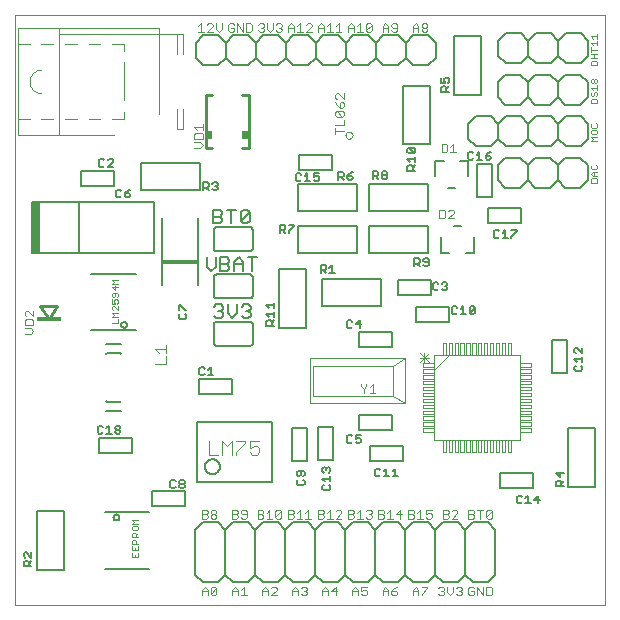
<source format=gto>
G75*
%MOIN*%
%OFA0B0*%
%FSLAX24Y24*%
%IPPOS*%
%LPD*%
%AMOC8*
5,1,8,0,0,1.08239X$1,22.5*
%
%ADD10C,0.0000*%
%ADD11C,0.0049*%
%ADD12C,0.0030*%
%ADD13C,0.0080*%
%ADD14C,0.0040*%
%ADD15R,0.0276X0.1732*%
%ADD16C,0.0060*%
%ADD17R,0.1260X0.0157*%
%ADD18C,0.0100*%
%ADD19R,0.0197X0.0295*%
%ADD20C,0.0079*%
%ADD21R,0.0827X0.0118*%
%ADD22C,0.0039*%
%ADD23C,0.0020*%
%ADD24C,0.0050*%
D10*
X000500Y000500D02*
X000500Y020185D01*
X020185Y020185D01*
X020185Y000500D01*
X000500Y000500D01*
X000500Y020185D01*
X020185Y020185D01*
X020185Y000500D01*
X000500Y000500D01*
X014096Y006285D02*
X014486Y006285D01*
X014486Y006395D01*
X014096Y006395D01*
X014096Y006285D01*
X014096Y006485D02*
X014486Y006485D01*
X014486Y006595D01*
X014096Y006595D01*
X014096Y006485D01*
X014096Y006685D02*
X014486Y006685D01*
X014486Y006795D01*
X014096Y006795D01*
X014096Y006685D01*
X014096Y006875D02*
X014486Y006875D01*
X014486Y006985D01*
X014096Y006985D01*
X014096Y006875D01*
X014096Y007075D02*
X014486Y007075D01*
X014486Y007185D01*
X014096Y007185D01*
X014096Y007075D01*
X014096Y007275D02*
X014486Y007275D01*
X014486Y007385D01*
X014096Y007385D01*
X014096Y007275D01*
X014096Y007465D02*
X014486Y007465D01*
X014486Y007575D01*
X014096Y007575D01*
X014096Y007465D01*
X014096Y007665D02*
X014486Y007665D01*
X014486Y007775D01*
X014096Y007775D01*
X014096Y007665D01*
X014096Y007865D02*
X014486Y007865D01*
X014486Y007975D01*
X014096Y007975D01*
X014096Y007865D01*
X014096Y008055D02*
X014486Y008055D01*
X014486Y008165D01*
X014096Y008165D01*
X014096Y008055D01*
X014096Y008255D02*
X014486Y008255D01*
X014486Y008345D01*
X014986Y008845D01*
X015076Y008845D01*
X015076Y009235D01*
X014966Y009235D01*
X014966Y008845D01*
X014986Y008845D01*
X014876Y008845D02*
X014876Y009235D01*
X014766Y009235D01*
X014766Y008845D01*
X014876Y008845D01*
X015166Y008845D02*
X015166Y009235D01*
X015276Y009235D01*
X015276Y008845D01*
X015166Y008845D01*
X015356Y008845D02*
X015356Y009235D01*
X015466Y009235D01*
X015466Y008845D01*
X015356Y008845D01*
X015556Y008845D02*
X015556Y009235D01*
X015666Y009235D01*
X015666Y008845D01*
X015556Y008845D01*
X015756Y008845D02*
X015756Y009235D01*
X015866Y009235D01*
X015866Y008845D01*
X015756Y008845D01*
X015946Y008845D02*
X015946Y009235D01*
X016056Y009235D01*
X016056Y008845D01*
X015946Y008845D01*
X016146Y008845D02*
X016146Y009235D01*
X016256Y009235D01*
X016256Y008845D01*
X016146Y008845D01*
X016346Y008845D02*
X016346Y009235D01*
X016456Y009235D01*
X016456Y008845D01*
X016346Y008845D01*
X016536Y008845D02*
X016536Y009235D01*
X016646Y009235D01*
X016646Y008845D01*
X016536Y008845D01*
X016736Y008845D02*
X016736Y009235D01*
X016846Y009235D01*
X016846Y008845D01*
X016736Y008845D01*
X016936Y008845D02*
X016936Y009235D01*
X017046Y009235D01*
X017046Y008845D01*
X016936Y008845D01*
X017326Y008845D02*
X014486Y008845D01*
X014486Y006005D01*
X017326Y006005D01*
X017326Y008845D01*
X017326Y008565D02*
X017716Y008565D01*
X017716Y008455D01*
X017326Y008455D01*
X017326Y008565D01*
X017326Y008365D02*
X017716Y008365D01*
X017716Y008255D01*
X017326Y008255D01*
X017326Y008365D01*
X017326Y008165D02*
X017716Y008165D01*
X017716Y008055D01*
X017326Y008055D01*
X017326Y008165D01*
X017326Y007975D02*
X017716Y007975D01*
X017716Y007865D01*
X017326Y007865D01*
X017326Y007975D01*
X017326Y007775D02*
X017716Y007775D01*
X017716Y007665D01*
X017326Y007665D01*
X017326Y007775D01*
X017326Y007575D02*
X017716Y007575D01*
X017716Y007465D01*
X017326Y007465D01*
X017326Y007575D01*
X017326Y007385D02*
X017716Y007385D01*
X017716Y007275D01*
X017326Y007275D01*
X017326Y007385D01*
X017326Y007185D02*
X017716Y007185D01*
X017716Y007075D01*
X017326Y007075D01*
X017326Y007185D01*
X017326Y006985D02*
X017716Y006985D01*
X017716Y006875D01*
X017326Y006875D01*
X017326Y006985D01*
X017326Y006795D02*
X017716Y006795D01*
X017716Y006685D01*
X017326Y006685D01*
X017326Y006795D01*
X017326Y006595D02*
X017716Y006595D01*
X017716Y006485D01*
X017326Y006485D01*
X017326Y006595D01*
X017326Y006395D02*
X017716Y006395D01*
X017716Y006285D01*
X017326Y006285D01*
X017326Y006395D01*
X017046Y006005D02*
X016936Y006005D01*
X016936Y005615D01*
X017046Y005615D01*
X017046Y006005D01*
X016846Y006005D02*
X016846Y005615D01*
X016736Y005615D01*
X016736Y006005D01*
X016846Y006005D01*
X016646Y006005D02*
X016646Y005615D01*
X016536Y005615D01*
X016536Y006005D01*
X016646Y006005D01*
X016456Y006005D02*
X016456Y005615D01*
X016346Y005615D01*
X016346Y006005D01*
X016456Y006005D01*
X016256Y006005D02*
X016256Y005615D01*
X016146Y005615D01*
X016146Y006005D01*
X016256Y006005D01*
X016056Y006005D02*
X016056Y005615D01*
X015946Y005615D01*
X015946Y006005D01*
X016056Y006005D01*
X015866Y006005D02*
X015866Y005615D01*
X015756Y005615D01*
X015756Y006005D01*
X015866Y006005D01*
X015666Y006005D02*
X015666Y005615D01*
X015556Y005615D01*
X015556Y006005D01*
X015666Y006005D01*
X015466Y006005D02*
X015466Y005615D01*
X015356Y005615D01*
X015356Y006005D01*
X015466Y006005D01*
X015276Y006005D02*
X015276Y005615D01*
X015166Y005615D01*
X015166Y006005D01*
X015276Y006005D01*
X015076Y006005D02*
X015076Y005615D01*
X014966Y005615D01*
X014966Y006005D01*
X015076Y006005D01*
X014876Y006005D02*
X014876Y005615D01*
X014766Y005615D01*
X014766Y006005D01*
X014876Y006005D01*
X014096Y008255D02*
X014096Y008365D01*
X014486Y008365D01*
X014486Y008345D01*
X014486Y008455D02*
X014096Y008455D01*
X014096Y008565D01*
X014486Y008565D01*
X014486Y008455D01*
D11*
X011524Y016169D02*
X011526Y016190D01*
X011532Y016210D01*
X011541Y016230D01*
X011553Y016247D01*
X011568Y016261D01*
X011586Y016273D01*
X011606Y016281D01*
X011626Y016286D01*
X011647Y016287D01*
X011668Y016284D01*
X011688Y016278D01*
X011707Y016267D01*
X011724Y016254D01*
X011737Y016238D01*
X011748Y016220D01*
X011756Y016200D01*
X011760Y016180D01*
X011760Y016158D01*
X011756Y016138D01*
X011748Y016118D01*
X011737Y016100D01*
X011724Y016084D01*
X011707Y016071D01*
X011688Y016060D01*
X011668Y016054D01*
X011647Y016051D01*
X011626Y016052D01*
X011606Y016057D01*
X011586Y016065D01*
X011568Y016077D01*
X011553Y016091D01*
X011541Y016108D01*
X011532Y016128D01*
X011526Y016148D01*
X011524Y016169D01*
D12*
X011471Y016294D02*
X011181Y016294D01*
X011181Y016197D02*
X011181Y016391D01*
X011181Y016492D02*
X011471Y016492D01*
X011471Y016685D01*
X011423Y016787D02*
X011229Y016980D01*
X011423Y016980D01*
X011471Y016932D01*
X011471Y016835D01*
X011423Y016787D01*
X011229Y016787D01*
X011181Y016835D01*
X011181Y016932D01*
X011229Y016980D01*
X011326Y017081D02*
X011326Y017226D01*
X011374Y017275D01*
X011423Y017275D01*
X011471Y017226D01*
X011471Y017130D01*
X011423Y017081D01*
X011326Y017081D01*
X011229Y017178D01*
X011181Y017275D01*
X011229Y017376D02*
X011181Y017424D01*
X011181Y017521D01*
X011229Y017569D01*
X011278Y017569D01*
X011471Y017376D01*
X011471Y017569D01*
X011387Y019609D02*
X011194Y019609D01*
X011291Y019609D02*
X011291Y019900D01*
X011194Y019803D01*
X011093Y019609D02*
X010899Y019609D01*
X010996Y019609D02*
X010996Y019900D01*
X010899Y019803D01*
X010798Y019803D02*
X010798Y019609D01*
X010798Y019755D02*
X010605Y019755D01*
X010605Y019803D02*
X010701Y019900D01*
X010798Y019803D01*
X010605Y019803D02*
X010605Y019609D01*
X010403Y019609D02*
X010210Y019609D01*
X010403Y019803D01*
X010403Y019851D01*
X010355Y019900D01*
X010258Y019900D01*
X010210Y019851D01*
X010012Y019900D02*
X010012Y019609D01*
X010108Y019609D02*
X009915Y019609D01*
X009814Y019609D02*
X009814Y019803D01*
X009717Y019900D01*
X009620Y019803D01*
X009620Y019609D01*
X009620Y019755D02*
X009814Y019755D01*
X009915Y019803D02*
X010012Y019900D01*
X009399Y019851D02*
X009399Y019803D01*
X009351Y019755D01*
X009399Y019706D01*
X009399Y019658D01*
X009351Y019609D01*
X009254Y019609D01*
X009206Y019658D01*
X009104Y019706D02*
X009104Y019900D01*
X009206Y019851D02*
X009254Y019900D01*
X009351Y019900D01*
X009399Y019851D01*
X009351Y019755D02*
X009302Y019755D01*
X009104Y019706D02*
X009008Y019609D01*
X008911Y019706D01*
X008911Y019900D01*
X008810Y019851D02*
X008761Y019900D01*
X008665Y019900D01*
X008616Y019851D01*
X008713Y019755D02*
X008761Y019755D01*
X008810Y019706D01*
X008810Y019658D01*
X008761Y019609D01*
X008665Y019609D01*
X008616Y019658D01*
X008761Y019755D02*
X008810Y019803D01*
X008810Y019851D01*
X008395Y019851D02*
X008395Y019658D01*
X008347Y019609D01*
X008202Y019609D01*
X008202Y019900D01*
X008347Y019900D01*
X008395Y019851D01*
X008101Y019900D02*
X008101Y019609D01*
X007907Y019900D01*
X007907Y019609D01*
X007806Y019658D02*
X007806Y019755D01*
X007709Y019755D01*
X007612Y019851D02*
X007612Y019658D01*
X007661Y019609D01*
X007758Y019609D01*
X007806Y019658D01*
X007806Y019851D02*
X007758Y019900D01*
X007661Y019900D01*
X007612Y019851D01*
X007391Y019900D02*
X007391Y019706D01*
X007295Y019609D01*
X007198Y019706D01*
X007198Y019900D01*
X007097Y019851D02*
X007048Y019900D01*
X006951Y019900D01*
X006903Y019851D01*
X007097Y019851D02*
X007097Y019803D01*
X006903Y019609D01*
X007097Y019609D01*
X006802Y019609D02*
X006608Y019609D01*
X006705Y019609D02*
X006705Y019900D01*
X006608Y019803D01*
X006776Y016534D02*
X006776Y016341D01*
X006776Y016437D02*
X006486Y016437D01*
X006583Y016341D01*
X006534Y016239D02*
X006486Y016191D01*
X006486Y016046D01*
X006776Y016046D01*
X006776Y016191D01*
X006728Y016239D01*
X006534Y016239D01*
X006486Y015945D02*
X006680Y015945D01*
X006776Y015848D01*
X006680Y015751D01*
X006486Y015751D01*
X011608Y019609D02*
X011608Y019803D01*
X011705Y019900D01*
X011802Y019803D01*
X011802Y019609D01*
X011903Y019609D02*
X012097Y019609D01*
X012000Y019609D02*
X012000Y019900D01*
X011903Y019803D01*
X011802Y019755D02*
X011608Y019755D01*
X012198Y019658D02*
X012198Y019851D01*
X012246Y019900D01*
X012343Y019900D01*
X012391Y019851D01*
X012198Y019658D01*
X012246Y019609D01*
X012343Y019609D01*
X012391Y019658D01*
X012391Y019851D01*
X012760Y019803D02*
X012760Y019609D01*
X012760Y019755D02*
X012953Y019755D01*
X012953Y019803D02*
X012953Y019609D01*
X013054Y019658D02*
X013103Y019609D01*
X013199Y019609D01*
X013248Y019658D01*
X013248Y019851D01*
X013199Y019900D01*
X013103Y019900D01*
X013054Y019851D01*
X013054Y019803D01*
X013103Y019755D01*
X013248Y019755D01*
X012953Y019803D02*
X012856Y019900D01*
X012760Y019803D01*
X013764Y019803D02*
X013764Y019609D01*
X013764Y019755D02*
X013957Y019755D01*
X013957Y019803D02*
X013957Y019609D01*
X014058Y019658D02*
X014058Y019706D01*
X014107Y019755D01*
X014203Y019755D01*
X014252Y019706D01*
X014252Y019658D01*
X014203Y019609D01*
X014107Y019609D01*
X014058Y019658D01*
X014107Y019755D02*
X014058Y019803D01*
X014058Y019851D01*
X014107Y019900D01*
X014203Y019900D01*
X014252Y019851D01*
X014252Y019803D01*
X014203Y019755D01*
X013957Y019803D02*
X013860Y019900D01*
X013764Y019803D01*
X014729Y015882D02*
X014874Y015882D01*
X014922Y015833D01*
X014922Y015640D01*
X014874Y015591D01*
X014729Y015591D01*
X014729Y015882D01*
X015023Y015785D02*
X015120Y015882D01*
X015120Y015591D01*
X015023Y015591D02*
X015217Y015591D01*
X015097Y013684D02*
X015000Y013684D01*
X014951Y013636D01*
X014850Y013636D02*
X014802Y013684D01*
X014657Y013684D01*
X014657Y013394D01*
X014802Y013394D01*
X014850Y013443D01*
X014850Y013636D01*
X015097Y013684D02*
X015145Y013636D01*
X015145Y013588D01*
X014951Y013394D01*
X015145Y013394D01*
X014304Y008912D02*
X013991Y008599D01*
X014147Y008599D02*
X014147Y008912D01*
X013991Y008912D02*
X014304Y008599D01*
X014304Y008755D02*
X013991Y008755D01*
X014008Y003679D02*
X014008Y003389D01*
X014104Y003389D02*
X013911Y003389D01*
X013810Y003437D02*
X013761Y003389D01*
X013616Y003389D01*
X013616Y003679D01*
X013761Y003679D01*
X013810Y003631D01*
X013810Y003583D01*
X013761Y003534D01*
X013616Y003534D01*
X013761Y003534D02*
X013810Y003486D01*
X013810Y003437D01*
X013911Y003583D02*
X014008Y003679D01*
X014206Y003679D02*
X014206Y003534D01*
X014302Y003583D01*
X014351Y003583D01*
X014399Y003534D01*
X014399Y003437D01*
X014351Y003389D01*
X014254Y003389D01*
X014206Y003437D01*
X014206Y003679D02*
X014399Y003679D01*
X014768Y003679D02*
X014768Y003389D01*
X014913Y003389D01*
X014961Y003437D01*
X014961Y003486D01*
X014913Y003534D01*
X014768Y003534D01*
X014913Y003534D02*
X014961Y003583D01*
X014961Y003631D01*
X014913Y003679D01*
X014768Y003679D01*
X015062Y003631D02*
X015111Y003679D01*
X015207Y003679D01*
X015256Y003631D01*
X015256Y003583D01*
X015062Y003389D01*
X015256Y003389D01*
X015624Y003389D02*
X015769Y003389D01*
X015818Y003437D01*
X015818Y003486D01*
X015769Y003534D01*
X015624Y003534D01*
X015624Y003389D02*
X015624Y003679D01*
X015769Y003679D01*
X015818Y003631D01*
X015818Y003583D01*
X015769Y003534D01*
X015919Y003679D02*
X016112Y003679D01*
X016016Y003679D02*
X016016Y003389D01*
X016214Y003437D02*
X016214Y003631D01*
X016262Y003679D01*
X016359Y003679D01*
X016407Y003631D01*
X016214Y003437D01*
X016262Y003389D01*
X016359Y003389D01*
X016407Y003437D01*
X016407Y003631D01*
X016359Y001120D02*
X016214Y001120D01*
X016214Y000830D01*
X016359Y000830D01*
X016407Y000878D01*
X016407Y001072D01*
X016359Y001120D01*
X016112Y001120D02*
X016112Y000830D01*
X015919Y001120D01*
X015919Y000830D01*
X015818Y000878D02*
X015818Y000975D01*
X015721Y000975D01*
X015818Y000878D02*
X015769Y000830D01*
X015673Y000830D01*
X015624Y000878D01*
X015624Y001072D01*
X015673Y001120D01*
X015769Y001120D01*
X015818Y001072D01*
X015403Y001072D02*
X015403Y001023D01*
X015355Y000975D01*
X015403Y000927D01*
X015403Y000878D01*
X015355Y000830D01*
X015258Y000830D01*
X015210Y000878D01*
X015108Y000927D02*
X015108Y001120D01*
X015210Y001072D02*
X015258Y001120D01*
X015355Y001120D01*
X015403Y001072D01*
X015355Y000975D02*
X015306Y000975D01*
X015108Y000927D02*
X015012Y000830D01*
X014915Y000927D01*
X014915Y001120D01*
X014814Y001072D02*
X014814Y001023D01*
X014765Y000975D01*
X014814Y000927D01*
X014814Y000878D01*
X014765Y000830D01*
X014669Y000830D01*
X014620Y000878D01*
X014717Y000975D02*
X014765Y000975D01*
X014814Y001072D02*
X014765Y001120D01*
X014669Y001120D01*
X014620Y001072D01*
X014252Y001072D02*
X014058Y000878D01*
X014058Y000830D01*
X013957Y000830D02*
X013957Y001023D01*
X013860Y001120D01*
X013764Y001023D01*
X013764Y000830D01*
X013764Y000975D02*
X013957Y000975D01*
X014058Y001120D02*
X014252Y001120D01*
X014252Y001072D01*
X013248Y001120D02*
X013151Y001072D01*
X013054Y000975D01*
X013199Y000975D01*
X013248Y000927D01*
X013248Y000878D01*
X013199Y000830D01*
X013103Y000830D01*
X013054Y000878D01*
X013054Y000975D01*
X012953Y000975D02*
X012760Y000975D01*
X012760Y001023D02*
X012760Y000830D01*
X012953Y000830D02*
X012953Y001023D01*
X012856Y001120D01*
X012760Y001023D01*
X012244Y000975D02*
X012244Y000878D01*
X012196Y000830D01*
X012099Y000830D01*
X012050Y000878D01*
X012050Y000975D02*
X012147Y001023D01*
X012196Y001023D01*
X012244Y000975D01*
X012244Y001120D02*
X012050Y001120D01*
X012050Y000975D01*
X011949Y000975D02*
X011756Y000975D01*
X011756Y001023D02*
X011756Y000830D01*
X011949Y000830D02*
X011949Y001023D01*
X011853Y001120D01*
X011756Y001023D01*
X011240Y000975D02*
X011046Y000975D01*
X011192Y001120D01*
X011192Y000830D01*
X010945Y000830D02*
X010945Y001023D01*
X010849Y001120D01*
X010752Y001023D01*
X010752Y000830D01*
X010752Y000975D02*
X010945Y000975D01*
X010236Y000927D02*
X010236Y000878D01*
X010188Y000830D01*
X010091Y000830D01*
X010043Y000878D01*
X009941Y000830D02*
X009941Y001023D01*
X009845Y001120D01*
X009748Y001023D01*
X009748Y000830D01*
X009748Y000975D02*
X009941Y000975D01*
X010043Y001072D02*
X010091Y001120D01*
X010188Y001120D01*
X010236Y001072D01*
X010236Y001023D01*
X010188Y000975D01*
X010236Y000927D01*
X010188Y000975D02*
X010139Y000975D01*
X009232Y001023D02*
X009232Y001072D01*
X009184Y001120D01*
X009087Y001120D01*
X009039Y001072D01*
X008937Y001023D02*
X008937Y000830D01*
X009039Y000830D02*
X009232Y001023D01*
X009232Y000830D02*
X009039Y000830D01*
X008937Y000975D02*
X008744Y000975D01*
X008744Y001023D02*
X008744Y000830D01*
X008744Y001023D02*
X008841Y001120D01*
X008937Y001023D01*
X008228Y000830D02*
X008035Y000830D01*
X008131Y000830D02*
X008131Y001120D01*
X008035Y001023D01*
X007934Y001023D02*
X007934Y000830D01*
X007934Y000975D02*
X007740Y000975D01*
X007740Y001023D02*
X007740Y000830D01*
X007740Y001023D02*
X007837Y001120D01*
X007934Y001023D01*
X007224Y001072D02*
X007224Y000878D01*
X007176Y000830D01*
X007079Y000830D01*
X007031Y000878D01*
X007224Y001072D01*
X007176Y001120D01*
X007079Y001120D01*
X007031Y001072D01*
X007031Y000878D01*
X006930Y000830D02*
X006930Y001023D01*
X006833Y001120D01*
X006736Y001023D01*
X006736Y000830D01*
X006736Y000975D02*
X006930Y000975D01*
X006881Y003389D02*
X006736Y003389D01*
X006736Y003679D01*
X006881Y003679D01*
X006930Y003631D01*
X006930Y003583D01*
X006881Y003534D01*
X006736Y003534D01*
X006881Y003534D02*
X006930Y003486D01*
X006930Y003437D01*
X006881Y003389D01*
X007031Y003437D02*
X007031Y003486D01*
X007079Y003534D01*
X007176Y003534D01*
X007224Y003486D01*
X007224Y003437D01*
X007176Y003389D01*
X007079Y003389D01*
X007031Y003437D01*
X007079Y003534D02*
X007031Y003583D01*
X007031Y003631D01*
X007079Y003679D01*
X007176Y003679D01*
X007224Y003631D01*
X007224Y003583D01*
X007176Y003534D01*
X007740Y003534D02*
X007885Y003534D01*
X007934Y003486D01*
X007934Y003437D01*
X007885Y003389D01*
X007740Y003389D01*
X007740Y003679D01*
X007885Y003679D01*
X007934Y003631D01*
X007934Y003583D01*
X007885Y003534D01*
X008035Y003583D02*
X008083Y003534D01*
X008228Y003534D01*
X008228Y003437D02*
X008228Y003631D01*
X008180Y003679D01*
X008083Y003679D01*
X008035Y003631D01*
X008035Y003583D01*
X008035Y003437D02*
X008083Y003389D01*
X008180Y003389D01*
X008228Y003437D01*
X008597Y003389D02*
X008597Y003679D01*
X008742Y003679D01*
X008790Y003631D01*
X008790Y003583D01*
X008742Y003534D01*
X008597Y003534D01*
X008742Y003534D02*
X008790Y003486D01*
X008790Y003437D01*
X008742Y003389D01*
X008597Y003389D01*
X008891Y003389D02*
X009085Y003389D01*
X008988Y003389D02*
X008988Y003679D01*
X008891Y003583D01*
X009186Y003631D02*
X009186Y003437D01*
X009379Y003631D01*
X009379Y003437D01*
X009331Y003389D01*
X009234Y003389D01*
X009186Y003437D01*
X009186Y003631D02*
X009234Y003679D01*
X009331Y003679D01*
X009379Y003631D01*
X009601Y003679D02*
X009601Y003389D01*
X009746Y003389D01*
X009794Y003437D01*
X009794Y003486D01*
X009746Y003534D01*
X009601Y003534D01*
X009746Y003534D02*
X009794Y003583D01*
X009794Y003631D01*
X009746Y003679D01*
X009601Y003679D01*
X009895Y003583D02*
X009992Y003679D01*
X009992Y003389D01*
X009895Y003389D02*
X010089Y003389D01*
X010190Y003389D02*
X010383Y003389D01*
X010287Y003389D02*
X010287Y003679D01*
X010190Y003583D01*
X010605Y003534D02*
X010750Y003534D01*
X010798Y003486D01*
X010798Y003437D01*
X010750Y003389D01*
X010605Y003389D01*
X010605Y003679D01*
X010750Y003679D01*
X010798Y003631D01*
X010798Y003583D01*
X010750Y003534D01*
X010899Y003583D02*
X010996Y003679D01*
X010996Y003389D01*
X010899Y003389D02*
X011093Y003389D01*
X011194Y003389D02*
X011387Y003583D01*
X011387Y003631D01*
X011339Y003679D01*
X011242Y003679D01*
X011194Y003631D01*
X011194Y003389D02*
X011387Y003389D01*
X011608Y003389D02*
X011754Y003389D01*
X011802Y003437D01*
X011802Y003486D01*
X011754Y003534D01*
X011608Y003534D01*
X011608Y003389D02*
X011608Y003679D01*
X011754Y003679D01*
X011802Y003631D01*
X011802Y003583D01*
X011754Y003534D01*
X011903Y003583D02*
X012000Y003679D01*
X012000Y003389D01*
X011903Y003389D02*
X012097Y003389D01*
X012198Y003437D02*
X012246Y003389D01*
X012343Y003389D01*
X012391Y003437D01*
X012391Y003486D01*
X012343Y003534D01*
X012295Y003534D01*
X012343Y003534D02*
X012391Y003583D01*
X012391Y003631D01*
X012343Y003679D01*
X012246Y003679D01*
X012198Y003631D01*
X012612Y003679D02*
X012612Y003389D01*
X012758Y003389D01*
X012806Y003437D01*
X012806Y003486D01*
X012758Y003534D01*
X012612Y003534D01*
X012612Y003679D02*
X012758Y003679D01*
X012806Y003631D01*
X012806Y003583D01*
X012758Y003534D01*
X012907Y003583D02*
X013004Y003679D01*
X013004Y003389D01*
X012907Y003389D02*
X013101Y003389D01*
X013202Y003534D02*
X013395Y003534D01*
X013347Y003389D02*
X013347Y003679D01*
X013202Y003534D01*
X005554Y008550D02*
X005554Y008797D01*
X005554Y008918D02*
X005554Y009165D01*
X005554Y009042D02*
X005184Y009042D01*
X005307Y008918D01*
X005184Y008550D02*
X005554Y008550D01*
X001124Y009635D02*
X001028Y009732D01*
X000834Y009732D01*
X000834Y009833D02*
X000834Y009978D01*
X000882Y010027D01*
X001076Y010027D01*
X001124Y009978D01*
X001124Y009833D01*
X000834Y009833D01*
X000834Y009539D02*
X001028Y009539D01*
X001124Y009635D01*
X001124Y010128D02*
X000931Y010321D01*
X000882Y010321D01*
X000834Y010273D01*
X000834Y010176D01*
X000882Y010128D01*
X001124Y010128D02*
X001124Y010321D01*
D13*
X001082Y012241D02*
X001082Y013941D01*
X002632Y013941D01*
X002632Y012241D01*
X001082Y012241D01*
X002632Y012241D02*
X005132Y012241D01*
X005132Y013941D01*
X002632Y013941D01*
X002710Y014474D02*
X002710Y014974D01*
X003810Y014974D01*
X003810Y014474D01*
X002710Y014474D01*
X004721Y014333D02*
X004721Y015233D01*
X006681Y015233D01*
X006681Y014333D01*
X004721Y014333D01*
X005420Y013410D02*
X005420Y011160D01*
X004547Y011555D02*
X003051Y011555D01*
X004049Y009850D02*
X004051Y009870D01*
X004057Y009888D01*
X004066Y009906D01*
X004078Y009921D01*
X004093Y009933D01*
X004111Y009942D01*
X004129Y009948D01*
X004149Y009950D01*
X004169Y009948D01*
X004187Y009942D01*
X004205Y009933D01*
X004220Y009921D01*
X004232Y009906D01*
X004241Y009888D01*
X004247Y009870D01*
X004249Y009850D01*
X004247Y009830D01*
X004241Y009812D01*
X004232Y009794D01*
X004220Y009779D01*
X004205Y009767D01*
X004187Y009758D01*
X004169Y009752D01*
X004149Y009750D01*
X004129Y009752D01*
X004111Y009758D01*
X004093Y009767D01*
X004078Y009779D01*
X004066Y009794D01*
X004057Y009812D01*
X004051Y009830D01*
X004049Y009850D01*
X004547Y009665D02*
X003051Y009665D01*
X006620Y011160D02*
X006620Y013410D01*
X009302Y011716D02*
X010202Y011716D01*
X010202Y009756D01*
X009302Y009756D01*
X009302Y011716D01*
X009953Y012255D02*
X009953Y013155D01*
X011913Y013155D01*
X011913Y012255D01*
X009953Y012255D01*
X010740Y011383D02*
X012700Y011383D01*
X012700Y010483D01*
X010740Y010483D01*
X010740Y011383D01*
X012315Y012255D02*
X012315Y013155D01*
X014275Y013155D01*
X014275Y012255D01*
X012315Y012255D01*
X013269Y011352D02*
X014369Y011352D01*
X014369Y010852D01*
X013269Y010852D01*
X013269Y011352D01*
X013883Y010431D02*
X014983Y010431D01*
X014983Y009931D01*
X013883Y009931D01*
X013883Y010431D01*
X013058Y009608D02*
X013058Y009108D01*
X011958Y009108D01*
X011958Y009608D01*
X013058Y009608D01*
X014713Y012252D02*
X014988Y012252D01*
X014713Y012252D02*
X014713Y012783D01*
X015146Y013157D02*
X015382Y013157D01*
X015815Y012783D02*
X015815Y012252D01*
X015539Y012252D01*
X016289Y013242D02*
X016289Y013742D01*
X017389Y013742D01*
X017389Y013242D01*
X016289Y013242D01*
X016415Y014107D02*
X015915Y014107D01*
X015915Y015207D01*
X016415Y015207D01*
X016415Y014107D01*
X015618Y014791D02*
X015618Y015323D01*
X015343Y015323D01*
X014791Y015323D02*
X014516Y015323D01*
X014516Y014791D01*
X014275Y014533D02*
X014275Y013633D01*
X012315Y013633D01*
X012315Y014533D01*
X014275Y014533D01*
X014949Y014417D02*
X015185Y014417D01*
X014336Y015859D02*
X013436Y015859D01*
X013436Y017819D01*
X014336Y017819D01*
X014336Y015859D01*
X015156Y017508D02*
X016056Y017508D01*
X016056Y019468D01*
X015156Y019468D01*
X015156Y017508D01*
X011913Y014533D02*
X011913Y013633D01*
X009953Y013633D01*
X009953Y014533D01*
X011913Y014533D01*
X011089Y015014D02*
X011089Y015514D01*
X009989Y015514D01*
X009989Y015014D01*
X011089Y015014D01*
X007743Y008033D02*
X006643Y008033D01*
X006643Y007533D01*
X007743Y007533D01*
X007743Y008033D01*
X009750Y006420D02*
X010250Y006420D01*
X010250Y005320D01*
X009750Y005320D01*
X009750Y006420D01*
X010604Y006436D02*
X011104Y006436D01*
X011104Y005336D01*
X010604Y005336D01*
X010604Y006436D01*
X011958Y006352D02*
X011958Y006852D01*
X013058Y006852D01*
X013058Y006352D01*
X011958Y006352D01*
X012328Y005797D02*
X012328Y005297D01*
X013428Y005297D01*
X013428Y005797D01*
X012328Y005797D01*
X016659Y004892D02*
X016659Y004392D01*
X017759Y004392D01*
X017759Y004892D01*
X016659Y004892D01*
X018948Y004441D02*
X018948Y006401D01*
X019848Y006401D01*
X019848Y004441D01*
X018948Y004441D01*
X018911Y008253D02*
X018411Y008253D01*
X018411Y009353D01*
X018911Y009353D01*
X018911Y008253D01*
X006168Y004293D02*
X006168Y003793D01*
X005068Y003793D01*
X005068Y004293D01*
X006168Y004293D01*
X004988Y003610D02*
X003492Y003610D01*
X003790Y003425D02*
X003792Y003445D01*
X003798Y003463D01*
X003807Y003481D01*
X003819Y003496D01*
X003834Y003508D01*
X003852Y003517D01*
X003870Y003523D01*
X003890Y003525D01*
X003910Y003523D01*
X003928Y003517D01*
X003946Y003508D01*
X003961Y003496D01*
X003973Y003481D01*
X003982Y003463D01*
X003988Y003445D01*
X003990Y003425D01*
X003988Y003405D01*
X003982Y003387D01*
X003973Y003369D01*
X003961Y003354D01*
X003946Y003342D01*
X003928Y003333D01*
X003910Y003327D01*
X003890Y003325D01*
X003870Y003327D01*
X003852Y003333D01*
X003834Y003342D01*
X003819Y003354D01*
X003807Y003369D01*
X003798Y003387D01*
X003792Y003405D01*
X003790Y003425D01*
X002131Y003645D02*
X002131Y001685D01*
X001231Y001685D01*
X001231Y003645D01*
X002131Y003645D01*
X003492Y001720D02*
X004988Y001720D01*
X004396Y005565D02*
X003296Y005565D01*
X003296Y006065D01*
X004396Y006065D01*
X004396Y005565D01*
D14*
X004410Y003348D02*
X004610Y003348D01*
X004610Y003214D02*
X004410Y003214D01*
X004477Y003281D01*
X004410Y003348D01*
X004443Y003127D02*
X004410Y003093D01*
X004410Y003027D01*
X004443Y002993D01*
X004577Y002993D01*
X004610Y003027D01*
X004610Y003093D01*
X004577Y003127D01*
X004443Y003127D01*
X004443Y002906D02*
X004510Y002906D01*
X004543Y002872D01*
X004543Y002772D01*
X004543Y002839D02*
X004610Y002906D01*
X004610Y002772D02*
X004410Y002772D01*
X004410Y002872D01*
X004443Y002906D01*
X004443Y002685D02*
X004510Y002685D01*
X004543Y002651D01*
X004543Y002551D01*
X004610Y002551D02*
X004410Y002551D01*
X004410Y002651D01*
X004443Y002685D01*
X004410Y002464D02*
X004410Y002330D01*
X004610Y002330D01*
X004610Y002464D01*
X004510Y002397D02*
X004510Y002330D01*
X004410Y002243D02*
X004410Y002109D01*
X004610Y002109D01*
X004610Y002243D01*
X004510Y002176D02*
X004510Y002109D01*
X006962Y005516D02*
X007269Y005516D01*
X007422Y005516D02*
X007422Y005976D01*
X007576Y005823D01*
X007729Y005976D01*
X007729Y005516D01*
X007883Y005516D02*
X007883Y005593D01*
X008190Y005900D01*
X008190Y005976D01*
X007883Y005976D01*
X008343Y005976D02*
X008343Y005746D01*
X008497Y005823D01*
X008573Y005823D01*
X008650Y005746D01*
X008650Y005593D01*
X008573Y005516D01*
X008420Y005516D01*
X008343Y005593D01*
X008343Y005976D02*
X008650Y005976D01*
X006962Y005976D02*
X006962Y005516D01*
X003946Y009894D02*
X003746Y009894D01*
X003946Y009894D02*
X003946Y010028D01*
X003946Y010115D02*
X003746Y010115D01*
X003813Y010182D01*
X003746Y010249D01*
X003946Y010249D01*
X003946Y010336D02*
X003813Y010470D01*
X003779Y010470D01*
X003746Y010436D01*
X003746Y010370D01*
X003779Y010336D01*
X003946Y010336D02*
X003946Y010470D01*
X003913Y010557D02*
X003946Y010591D01*
X003946Y010657D01*
X003913Y010691D01*
X003846Y010691D01*
X003813Y010657D01*
X003813Y010624D01*
X003846Y010557D01*
X003746Y010557D01*
X003746Y010691D01*
X003779Y010778D02*
X003813Y010778D01*
X003846Y010811D01*
X003846Y010912D01*
X003913Y010912D02*
X003779Y010912D01*
X003746Y010878D01*
X003746Y010811D01*
X003779Y010778D01*
X003913Y010778D02*
X003946Y010811D01*
X003946Y010878D01*
X003913Y010912D01*
X003846Y010999D02*
X003846Y011133D01*
X003946Y011099D02*
X003746Y011099D01*
X003846Y010999D01*
X003946Y011220D02*
X003746Y011220D01*
X003813Y011287D01*
X003746Y011354D01*
X003946Y011354D01*
X012037Y007862D02*
X012037Y007815D01*
X012130Y007722D01*
X012130Y007582D01*
X012130Y007722D02*
X012224Y007815D01*
X012224Y007862D01*
X012332Y007769D02*
X012425Y007862D01*
X012425Y007582D01*
X012332Y007582D02*
X012518Y007582D01*
D15*
X001214Y013091D03*
D16*
X003312Y015153D02*
X003312Y015326D01*
X003356Y015369D01*
X003442Y015369D01*
X003486Y015326D01*
X003607Y015326D02*
X003650Y015369D01*
X003737Y015369D01*
X003780Y015326D01*
X003780Y015283D01*
X003607Y015109D01*
X003780Y015109D01*
X003486Y015153D02*
X003442Y015109D01*
X003356Y015109D01*
X003312Y015153D01*
X003916Y014356D02*
X003872Y014313D01*
X003872Y014139D01*
X003916Y014096D01*
X004002Y014096D01*
X004046Y014139D01*
X004167Y014139D02*
X004167Y014226D01*
X004297Y014226D01*
X004340Y014183D01*
X004340Y014139D01*
X004297Y014096D01*
X004210Y014096D01*
X004167Y014139D01*
X004167Y014226D02*
X004254Y014313D01*
X004340Y014356D01*
X004046Y014313D02*
X004002Y014356D01*
X003916Y014356D01*
X006790Y014330D02*
X006790Y014591D01*
X006920Y014591D01*
X006963Y014547D01*
X006963Y014461D01*
X006920Y014417D01*
X006790Y014417D01*
X006876Y014417D02*
X006963Y014330D01*
X007084Y014374D02*
X007128Y014330D01*
X007214Y014330D01*
X007258Y014374D01*
X007258Y014417D01*
X007214Y014461D01*
X007171Y014461D01*
X007214Y014461D02*
X007258Y014504D01*
X007258Y014547D01*
X007214Y014591D01*
X007128Y014591D01*
X007084Y014547D01*
X007233Y013105D02*
X008333Y013105D01*
X008350Y013103D01*
X008367Y013099D01*
X008383Y013092D01*
X008397Y013082D01*
X008410Y013069D01*
X008420Y013055D01*
X008427Y013039D01*
X008431Y013022D01*
X008433Y013005D01*
X008433Y012405D01*
X008431Y012388D01*
X008427Y012371D01*
X008420Y012355D01*
X008410Y012341D01*
X008397Y012328D01*
X008383Y012318D01*
X008367Y012311D01*
X008350Y012307D01*
X008333Y012305D01*
X007233Y012305D01*
X007216Y012307D01*
X007199Y012311D01*
X007183Y012318D01*
X007169Y012328D01*
X007156Y012341D01*
X007146Y012355D01*
X007139Y012371D01*
X007135Y012388D01*
X007133Y012405D01*
X007133Y013005D01*
X007135Y013022D01*
X007139Y013039D01*
X007146Y013055D01*
X007156Y013069D01*
X007169Y013082D01*
X007183Y013092D01*
X007199Y013099D01*
X007216Y013103D01*
X007233Y013105D01*
X007233Y011530D02*
X008333Y011530D01*
X008350Y011528D01*
X008367Y011524D01*
X008383Y011517D01*
X008397Y011507D01*
X008410Y011494D01*
X008420Y011480D01*
X008427Y011464D01*
X008431Y011447D01*
X008433Y011430D01*
X008433Y010830D01*
X008431Y010813D01*
X008427Y010796D01*
X008420Y010780D01*
X008410Y010766D01*
X008397Y010753D01*
X008383Y010743D01*
X008367Y010736D01*
X008350Y010732D01*
X008333Y010730D01*
X007233Y010730D01*
X007216Y010732D01*
X007199Y010736D01*
X007183Y010743D01*
X007169Y010753D01*
X007156Y010766D01*
X007146Y010780D01*
X007139Y010796D01*
X007135Y010813D01*
X007133Y010830D01*
X007133Y011430D01*
X007135Y011447D01*
X007139Y011464D01*
X007146Y011480D01*
X007156Y011494D01*
X007169Y011507D01*
X007183Y011517D01*
X007199Y011524D01*
X007216Y011528D01*
X007233Y011530D01*
X006222Y010339D02*
X006179Y010339D01*
X006005Y010513D01*
X005962Y010513D01*
X005962Y010339D01*
X006005Y010218D02*
X005962Y010175D01*
X005962Y010088D01*
X006005Y010045D01*
X006179Y010045D01*
X006222Y010088D01*
X006222Y010175D01*
X006179Y010218D01*
X007133Y009855D02*
X007133Y009255D01*
X007135Y009238D01*
X007139Y009221D01*
X007146Y009205D01*
X007156Y009191D01*
X007169Y009178D01*
X007183Y009168D01*
X007199Y009161D01*
X007216Y009157D01*
X007233Y009155D01*
X008333Y009155D01*
X008350Y009157D01*
X008367Y009161D01*
X008383Y009168D01*
X008397Y009178D01*
X008410Y009191D01*
X008420Y009205D01*
X008427Y009221D01*
X008431Y009238D01*
X008433Y009255D01*
X008433Y009855D01*
X008431Y009872D01*
X008427Y009889D01*
X008420Y009905D01*
X008410Y009919D01*
X008397Y009932D01*
X008383Y009942D01*
X008367Y009949D01*
X008350Y009953D01*
X008333Y009955D01*
X007233Y009955D01*
X007216Y009953D01*
X007199Y009949D01*
X007183Y009942D01*
X007169Y009932D01*
X007156Y009919D01*
X007146Y009905D01*
X007139Y009889D01*
X007135Y009872D01*
X007133Y009855D01*
X007036Y008432D02*
X007036Y008172D01*
X006950Y008172D02*
X007123Y008172D01*
X006950Y008346D02*
X007036Y008432D01*
X006828Y008389D02*
X006785Y008432D01*
X006698Y008432D01*
X006655Y008389D01*
X006655Y008216D01*
X006698Y008172D01*
X006785Y008172D01*
X006828Y008216D01*
X008890Y009818D02*
X008890Y009948D01*
X008933Y009991D01*
X009020Y009991D01*
X009063Y009948D01*
X009063Y009818D01*
X009063Y009904D02*
X009150Y009991D01*
X009150Y010112D02*
X009150Y010286D01*
X009150Y010199D02*
X008890Y010199D01*
X008976Y010112D01*
X008890Y009818D02*
X009150Y009818D01*
X009150Y010407D02*
X009150Y010580D01*
X009150Y010494D02*
X008890Y010494D01*
X008976Y010407D01*
X010695Y011575D02*
X010695Y011835D01*
X010825Y011835D01*
X010869Y011791D01*
X010869Y011705D01*
X010825Y011661D01*
X010695Y011661D01*
X010782Y011661D02*
X010869Y011575D01*
X010990Y011575D02*
X011163Y011575D01*
X011076Y011575D02*
X011076Y011835D01*
X010990Y011748D01*
X009633Y012921D02*
X009633Y012965D01*
X009807Y013138D01*
X009807Y013182D01*
X009633Y013182D01*
X009512Y013138D02*
X009512Y013051D01*
X009469Y013008D01*
X009339Y013008D01*
X009425Y013008D02*
X009512Y012921D01*
X009339Y012921D02*
X009339Y013182D01*
X009469Y013182D01*
X009512Y013138D01*
X009915Y014633D02*
X010002Y014633D01*
X010046Y014676D01*
X010167Y014633D02*
X010340Y014633D01*
X010253Y014633D02*
X010253Y014893D01*
X010167Y014806D01*
X010046Y014850D02*
X010002Y014893D01*
X009915Y014893D01*
X009872Y014850D01*
X009872Y014676D01*
X009915Y014633D01*
X010461Y014676D02*
X010505Y014633D01*
X010591Y014633D01*
X010635Y014676D01*
X010635Y014763D01*
X010591Y014806D01*
X010548Y014806D01*
X010461Y014763D01*
X010461Y014893D01*
X010635Y014893D01*
X011290Y014949D02*
X011290Y014689D01*
X011290Y014775D02*
X011420Y014775D01*
X011463Y014819D01*
X011463Y014906D01*
X011420Y014949D01*
X011290Y014949D01*
X011376Y014775D02*
X011463Y014689D01*
X011584Y014732D02*
X011584Y014819D01*
X011714Y014819D01*
X011758Y014775D01*
X011758Y014732D01*
X011714Y014689D01*
X011628Y014689D01*
X011584Y014732D01*
X011584Y014819D02*
X011671Y014906D01*
X011758Y014949D01*
X012445Y014965D02*
X012445Y014705D01*
X012445Y014792D02*
X012575Y014792D01*
X012618Y014835D01*
X012618Y014922D01*
X012575Y014965D01*
X012445Y014965D01*
X012532Y014792D02*
X012618Y014705D01*
X012740Y014748D02*
X012740Y014792D01*
X012783Y014835D01*
X012870Y014835D01*
X012913Y014792D01*
X012913Y014748D01*
X012870Y014705D01*
X012783Y014705D01*
X012740Y014748D01*
X012783Y014835D02*
X012740Y014878D01*
X012740Y014922D01*
X012783Y014965D01*
X012870Y014965D01*
X012913Y014922D01*
X012913Y014878D01*
X012870Y014835D01*
X013586Y014984D02*
X013586Y015114D01*
X013630Y015158D01*
X013716Y015158D01*
X013760Y015114D01*
X013760Y014984D01*
X013846Y014984D02*
X013586Y014984D01*
X013760Y015071D02*
X013846Y015158D01*
X013846Y015279D02*
X013846Y015452D01*
X013846Y015366D02*
X013586Y015366D01*
X013673Y015279D01*
X013630Y015574D02*
X013586Y015617D01*
X013586Y015704D01*
X013630Y015747D01*
X013803Y015574D01*
X013846Y015617D01*
X013846Y015704D01*
X013803Y015747D01*
X013630Y015747D01*
X013630Y015574D02*
X013803Y015574D01*
X015604Y015566D02*
X015604Y015393D01*
X015648Y015349D01*
X015734Y015349D01*
X015778Y015393D01*
X015899Y015349D02*
X016072Y015349D01*
X015986Y015349D02*
X015986Y015610D01*
X015899Y015523D01*
X015778Y015566D02*
X015734Y015610D01*
X015648Y015610D01*
X015604Y015566D01*
X015860Y015799D02*
X016360Y015799D01*
X016610Y016049D01*
X016860Y015799D01*
X017360Y015799D01*
X017610Y016049D01*
X017610Y016549D01*
X017360Y016799D01*
X016860Y016799D01*
X016610Y016549D01*
X016610Y016049D01*
X016610Y016549D02*
X016360Y016799D01*
X015860Y016799D01*
X015610Y016549D01*
X015610Y016049D01*
X015860Y015799D01*
X016194Y015479D02*
X016324Y015479D01*
X016367Y015436D01*
X016367Y015393D01*
X016324Y015349D01*
X016237Y015349D01*
X016194Y015393D01*
X016194Y015479D01*
X016280Y015566D01*
X016367Y015610D01*
X016606Y015163D02*
X016856Y015413D01*
X017356Y015413D01*
X017606Y015163D01*
X017856Y015413D01*
X018356Y015413D01*
X018606Y015163D01*
X018856Y015413D01*
X019356Y015413D01*
X019606Y015163D01*
X019606Y014663D01*
X019356Y014413D01*
X018856Y014413D01*
X018606Y014663D01*
X018356Y014413D01*
X017856Y014413D01*
X017606Y014663D01*
X017356Y014413D01*
X016856Y014413D01*
X016606Y014663D01*
X016606Y015163D01*
X017606Y015163D02*
X017606Y014663D01*
X018606Y014663D02*
X018606Y015163D01*
X018360Y015799D02*
X017860Y015799D01*
X017610Y016049D01*
X017610Y016549D02*
X017860Y016799D01*
X018360Y016799D01*
X018610Y016549D01*
X018860Y016799D01*
X019360Y016799D01*
X019610Y016549D01*
X019610Y016049D01*
X019360Y015799D01*
X018860Y015799D01*
X018610Y016049D01*
X018360Y015799D01*
X018610Y016049D02*
X018610Y016549D01*
X018856Y017177D02*
X018606Y017427D01*
X018356Y017177D01*
X017856Y017177D01*
X017606Y017427D01*
X017356Y017177D01*
X016856Y017177D01*
X016606Y017427D01*
X016606Y017927D01*
X016856Y018177D01*
X017356Y018177D01*
X017606Y017927D01*
X017856Y018177D01*
X018356Y018177D01*
X018606Y017927D01*
X018856Y018177D01*
X019356Y018177D01*
X019606Y017927D01*
X019606Y017427D01*
X019356Y017177D01*
X018856Y017177D01*
X018606Y017427D02*
X018606Y017927D01*
X018360Y018559D02*
X017860Y018559D01*
X017610Y018809D01*
X017360Y018559D01*
X016860Y018559D01*
X016610Y018809D01*
X016610Y019309D01*
X016860Y019559D01*
X017360Y019559D01*
X017610Y019309D01*
X017860Y019559D01*
X018360Y019559D01*
X018610Y019309D01*
X018860Y019559D01*
X019360Y019559D01*
X019610Y019309D01*
X019610Y018809D01*
X019360Y018559D01*
X018860Y018559D01*
X018610Y018809D01*
X018360Y018559D01*
X018610Y018809D02*
X018610Y019309D01*
X017610Y019309D02*
X017610Y018809D01*
X017606Y017927D02*
X017606Y017427D01*
X014976Y017618D02*
X014716Y017618D01*
X014716Y017748D01*
X014759Y017792D01*
X014846Y017792D01*
X014890Y017748D01*
X014890Y017618D01*
X014890Y017705D02*
X014976Y017792D01*
X014933Y017913D02*
X014976Y017956D01*
X014976Y018043D01*
X014933Y018086D01*
X014846Y018086D01*
X014803Y018043D01*
X014803Y018000D01*
X014846Y017913D01*
X014716Y017913D01*
X014716Y018086D01*
X014289Y018504D02*
X013789Y018504D01*
X013539Y018754D01*
X013289Y018504D01*
X012789Y018504D01*
X012539Y018754D01*
X012289Y018504D01*
X011789Y018504D01*
X011539Y018754D01*
X011289Y018504D01*
X010789Y018504D01*
X010539Y018754D01*
X010289Y018504D01*
X009789Y018504D01*
X009539Y018754D01*
X009289Y018504D01*
X008789Y018504D01*
X008539Y018754D01*
X008289Y018504D01*
X007789Y018504D01*
X007539Y018754D01*
X007289Y018504D01*
X006789Y018504D01*
X006539Y018754D01*
X006539Y019254D01*
X006789Y019504D01*
X007289Y019504D01*
X007539Y019254D01*
X007789Y019504D01*
X008289Y019504D01*
X008539Y019254D01*
X008539Y018754D01*
X008539Y019254D02*
X008789Y019504D01*
X009289Y019504D01*
X009539Y019254D01*
X009789Y019504D01*
X010289Y019504D01*
X010539Y019254D01*
X010789Y019504D01*
X011289Y019504D01*
X011539Y019254D01*
X011539Y018754D01*
X011539Y019254D02*
X011789Y019504D01*
X012289Y019504D01*
X012539Y019254D01*
X012789Y019504D01*
X013289Y019504D01*
X013539Y019254D01*
X013789Y019504D01*
X014289Y019504D01*
X014539Y019254D01*
X014539Y018754D01*
X014289Y018504D01*
X013539Y018754D02*
X013539Y019254D01*
X012539Y019254D02*
X012539Y018754D01*
X010539Y018754D02*
X010539Y019254D01*
X009539Y019254D02*
X009539Y018754D01*
X007539Y018754D02*
X007539Y019254D01*
X013823Y012060D02*
X013953Y012060D01*
X013996Y012016D01*
X013996Y011929D01*
X013953Y011886D01*
X013823Y011886D01*
X013910Y011886D02*
X013996Y011799D01*
X014118Y011843D02*
X014161Y011799D01*
X014248Y011799D01*
X014291Y011843D01*
X014291Y012016D01*
X014248Y012060D01*
X014161Y012060D01*
X014118Y012016D01*
X014118Y011973D01*
X014161Y011929D01*
X014291Y011929D01*
X013823Y011799D02*
X013823Y012060D01*
X014494Y011263D02*
X014450Y011220D01*
X014450Y011046D01*
X014494Y011003D01*
X014580Y011003D01*
X014624Y011046D01*
X014745Y011046D02*
X014788Y011003D01*
X014875Y011003D01*
X014918Y011046D01*
X014918Y011090D01*
X014875Y011133D01*
X014832Y011133D01*
X014875Y011133D02*
X014918Y011176D01*
X014918Y011220D01*
X014875Y011263D01*
X014788Y011263D01*
X014745Y011220D01*
X014624Y011220D02*
X014580Y011263D01*
X014494Y011263D01*
X015112Y010468D02*
X015069Y010424D01*
X015069Y010251D01*
X015112Y010208D01*
X015199Y010208D01*
X015242Y010251D01*
X015364Y010208D02*
X015537Y010208D01*
X015450Y010208D02*
X015450Y010468D01*
X015364Y010381D01*
X015242Y010424D02*
X015199Y010468D01*
X015112Y010468D01*
X015658Y010424D02*
X015658Y010251D01*
X015832Y010424D01*
X015832Y010251D01*
X015788Y010208D01*
X015702Y010208D01*
X015658Y010251D01*
X015658Y010424D02*
X015702Y010468D01*
X015788Y010468D01*
X015832Y010424D01*
X016509Y012741D02*
X016596Y012741D01*
X016639Y012784D01*
X016760Y012741D02*
X016934Y012741D01*
X016847Y012741D02*
X016847Y013001D01*
X016760Y012915D01*
X016639Y012958D02*
X016596Y013001D01*
X016509Y013001D01*
X016465Y012958D01*
X016465Y012784D01*
X016509Y012741D01*
X017055Y012741D02*
X017055Y012784D01*
X017228Y012958D01*
X017228Y013001D01*
X017055Y013001D01*
X019196Y009079D02*
X019152Y009035D01*
X019152Y008949D01*
X019196Y008905D01*
X019196Y009079D02*
X019239Y009079D01*
X019413Y008905D01*
X019413Y009079D01*
X019413Y008784D02*
X019413Y008610D01*
X019413Y008697D02*
X019152Y008697D01*
X019239Y008610D01*
X019196Y008489D02*
X019152Y008446D01*
X019152Y008359D01*
X019196Y008316D01*
X019369Y008316D01*
X019413Y008359D01*
X019413Y008446D01*
X019369Y008489D01*
X018665Y004935D02*
X018665Y004761D01*
X018535Y004891D01*
X018796Y004891D01*
X018796Y004640D02*
X018709Y004553D01*
X018709Y004597D02*
X018709Y004467D01*
X018796Y004467D02*
X018535Y004467D01*
X018535Y004597D01*
X018579Y004640D01*
X018665Y004640D01*
X018709Y004597D01*
X017949Y004151D02*
X017949Y003891D01*
X017992Y004021D02*
X017819Y004021D01*
X017949Y004151D01*
X017697Y003891D02*
X017524Y003891D01*
X017611Y003891D02*
X017611Y004151D01*
X017524Y004064D01*
X017403Y004107D02*
X017359Y004151D01*
X017273Y004151D01*
X017229Y004107D01*
X017229Y003934D01*
X017273Y003891D01*
X017359Y003891D01*
X017403Y003934D01*
X016524Y003022D02*
X016524Y001522D01*
X016274Y001272D01*
X015774Y001272D01*
X015524Y001522D01*
X015524Y003022D01*
X015774Y003272D01*
X016274Y003272D01*
X016524Y003022D01*
X015524Y003022D02*
X015274Y003272D01*
X014774Y003272D01*
X014524Y003022D01*
X014524Y001522D01*
X014274Y001272D01*
X013774Y001272D01*
X013524Y001522D01*
X013524Y003022D01*
X013774Y003272D01*
X014274Y003272D01*
X014524Y003022D01*
X013524Y003022D02*
X013274Y003272D01*
X012774Y003272D01*
X012524Y003022D01*
X012524Y001522D01*
X012774Y001272D01*
X013274Y001272D01*
X013524Y001522D01*
X014524Y001522D02*
X014774Y001272D01*
X015274Y001272D01*
X015524Y001522D01*
X012524Y001522D02*
X012274Y001272D01*
X011774Y001272D01*
X011524Y001522D01*
X011524Y003022D01*
X011774Y003272D01*
X012274Y003272D01*
X012524Y003022D01*
X011524Y003022D02*
X011274Y003272D01*
X010774Y003272D01*
X010524Y003022D01*
X010524Y001522D01*
X010774Y001272D01*
X011274Y001272D01*
X011524Y001522D01*
X010524Y001522D02*
X010274Y001272D01*
X009774Y001272D01*
X009524Y001522D01*
X009524Y003022D01*
X009774Y003272D01*
X010274Y003272D01*
X010524Y003022D01*
X009524Y003022D02*
X009274Y003272D01*
X008774Y003272D01*
X008524Y003022D01*
X008524Y001522D01*
X008774Y001272D01*
X009274Y001272D01*
X009524Y001522D01*
X008524Y001522D02*
X008274Y001272D01*
X007774Y001272D01*
X007524Y001522D01*
X007524Y003022D01*
X007774Y003272D01*
X008274Y003272D01*
X008524Y003022D01*
X007524Y003022D02*
X007274Y003272D01*
X006774Y003272D01*
X006524Y003022D01*
X006524Y001522D01*
X006774Y001272D01*
X007274Y001272D01*
X007524Y001522D01*
X006115Y004408D02*
X006028Y004408D01*
X005985Y004452D01*
X005985Y004495D01*
X006028Y004539D01*
X006115Y004539D01*
X006158Y004495D01*
X006158Y004452D01*
X006115Y004408D01*
X006115Y004539D02*
X006158Y004582D01*
X006158Y004625D01*
X006115Y004669D01*
X006028Y004669D01*
X005985Y004625D01*
X005985Y004582D01*
X006028Y004539D01*
X005864Y004625D02*
X005820Y004669D01*
X005734Y004669D01*
X005690Y004625D01*
X005690Y004452D01*
X005734Y004408D01*
X005820Y004408D01*
X005864Y004452D01*
X004021Y006267D02*
X003977Y006223D01*
X003891Y006223D01*
X003847Y006267D01*
X003847Y006310D01*
X003891Y006353D01*
X003977Y006353D01*
X004021Y006310D01*
X004021Y006267D01*
X003977Y006353D02*
X004021Y006397D01*
X004021Y006440D01*
X003977Y006484D01*
X003891Y006484D01*
X003847Y006440D01*
X003847Y006397D01*
X003891Y006353D01*
X003726Y006223D02*
X003553Y006223D01*
X003639Y006223D02*
X003639Y006484D01*
X003553Y006397D01*
X003431Y006440D02*
X003388Y006484D01*
X003301Y006484D01*
X003258Y006440D01*
X003258Y006267D01*
X003301Y006223D01*
X003388Y006223D01*
X003431Y006267D01*
X001051Y002263D02*
X001051Y002090D01*
X000878Y002263D01*
X000834Y002263D01*
X000791Y002220D01*
X000791Y002133D01*
X000834Y002090D01*
X000834Y001969D02*
X000791Y001925D01*
X000791Y001795D01*
X001051Y001795D01*
X000964Y001795D02*
X000964Y001925D01*
X000921Y001969D01*
X000834Y001969D01*
X000964Y001882D02*
X001051Y001969D01*
X009900Y004556D02*
X009944Y004513D01*
X010117Y004513D01*
X010161Y004556D01*
X010161Y004643D01*
X010117Y004686D01*
X010117Y004807D02*
X010161Y004851D01*
X010161Y004937D01*
X010117Y004981D01*
X009944Y004981D01*
X009900Y004937D01*
X009900Y004851D01*
X009944Y004807D01*
X009987Y004807D01*
X010030Y004851D01*
X010030Y004981D01*
X009944Y004686D02*
X009900Y004643D01*
X009900Y004556D01*
X010755Y004462D02*
X010755Y004375D01*
X010798Y004332D01*
X010972Y004332D01*
X011015Y004375D01*
X011015Y004462D01*
X010972Y004505D01*
X011015Y004626D02*
X011015Y004800D01*
X011015Y004713D02*
X010755Y004713D01*
X010841Y004626D01*
X010798Y004505D02*
X010755Y004462D01*
X010798Y004921D02*
X010755Y004964D01*
X010755Y005051D01*
X010798Y005094D01*
X010841Y005094D01*
X010885Y005051D01*
X010928Y005094D01*
X010972Y005094D01*
X011015Y005051D01*
X011015Y004964D01*
X010972Y004921D01*
X010885Y005008D02*
X010885Y005051D01*
X011608Y005912D02*
X011564Y005956D01*
X011564Y006129D01*
X011608Y006173D01*
X011694Y006173D01*
X011738Y006129D01*
X011859Y006173D02*
X011859Y006042D01*
X011946Y006086D01*
X011989Y006086D01*
X012032Y006042D01*
X012032Y005956D01*
X011989Y005912D01*
X011902Y005912D01*
X011859Y005956D01*
X011738Y005956D02*
X011694Y005912D01*
X011608Y005912D01*
X011859Y006173D02*
X012032Y006173D01*
X012548Y005056D02*
X012505Y005013D01*
X012505Y004840D01*
X012548Y004796D01*
X012635Y004796D01*
X012678Y004840D01*
X012799Y004796D02*
X012973Y004796D01*
X012886Y004796D02*
X012886Y005056D01*
X012799Y004970D01*
X012678Y005013D02*
X012635Y005056D01*
X012548Y005056D01*
X013094Y004970D02*
X013181Y005056D01*
X013181Y004796D01*
X013094Y004796D02*
X013268Y004796D01*
X011997Y009739D02*
X011997Y009999D01*
X011867Y009869D01*
X012040Y009869D01*
X011746Y009783D02*
X011702Y009739D01*
X011616Y009739D01*
X011572Y009783D01*
X011572Y009956D01*
X011616Y009999D01*
X011702Y009999D01*
X011746Y009956D01*
D17*
X006020Y011956D03*
D18*
X006860Y015736D02*
X007087Y015736D01*
X006860Y015736D02*
X006860Y017508D01*
X007087Y017508D01*
X008297Y017508D02*
X008297Y015736D01*
X008071Y015736D01*
X008071Y017508D02*
X008184Y017507D01*
X008297Y017508D01*
X001921Y010465D02*
X001350Y010465D01*
X001646Y010051D01*
X001921Y010465D01*
D19*
X006988Y016179D03*
X008169Y016179D03*
D20*
X004047Y009193D02*
X003535Y009193D01*
X003535Y007304D02*
X003585Y007289D01*
X003636Y007278D01*
X003687Y007270D01*
X003739Y007265D01*
X003791Y007263D01*
X003843Y007265D01*
X003895Y007270D01*
X003946Y007278D01*
X003997Y007289D01*
X004047Y007304D01*
X004047Y006988D02*
X003535Y006988D01*
X003535Y008878D02*
X003585Y008893D01*
X003636Y008904D01*
X003687Y008912D01*
X003739Y008917D01*
X003791Y008919D01*
X003843Y008917D01*
X003895Y008912D01*
X003946Y008904D01*
X003997Y008893D01*
X004047Y008878D01*
D21*
X001646Y010031D03*
D22*
X001976Y016189D02*
X001976Y019535D01*
X005323Y019535D01*
X005323Y016886D01*
X005913Y017035D02*
X005913Y016386D01*
X006110Y016386D01*
X006110Y017035D01*
X006110Y018886D02*
X006110Y019535D01*
X005913Y019535D01*
X005913Y018886D01*
X005913Y019535D02*
X005323Y019535D01*
X005323Y019732D01*
X000598Y019732D01*
X000598Y019220D01*
X000992Y019220D01*
X000598Y019220D02*
X000598Y016701D01*
X000992Y016701D01*
X000598Y016701D02*
X000598Y016189D01*
X003823Y016189D01*
X003748Y016701D02*
X004142Y016701D01*
X004142Y016937D01*
X004142Y017331D02*
X004142Y017567D01*
X004142Y018354D01*
X004142Y018591D01*
X004142Y018984D02*
X004142Y019220D01*
X003748Y019220D01*
X003354Y019220D02*
X002961Y019220D01*
X002567Y019220D02*
X002173Y019220D01*
X001976Y019535D02*
X001976Y019732D01*
X001780Y019220D02*
X001386Y019220D01*
X001386Y018355D02*
X001347Y018353D01*
X001309Y018347D01*
X001272Y018338D01*
X001235Y018325D01*
X001200Y018308D01*
X001167Y018289D01*
X001136Y018266D01*
X001107Y018240D01*
X001081Y018211D01*
X001058Y018180D01*
X001039Y018147D01*
X001022Y018112D01*
X001009Y018075D01*
X001000Y018038D01*
X000994Y018000D01*
X000992Y017961D01*
X000994Y017922D01*
X001000Y017884D01*
X001009Y017847D01*
X001022Y017810D01*
X001039Y017775D01*
X001058Y017742D01*
X001081Y017711D01*
X001107Y017682D01*
X001136Y017656D01*
X001167Y017633D01*
X001200Y017614D01*
X001235Y017597D01*
X001272Y017584D01*
X001309Y017575D01*
X001347Y017569D01*
X001386Y017567D01*
X001386Y016701D02*
X001780Y016701D01*
X002173Y016701D02*
X002567Y016701D01*
X002961Y016701D02*
X003354Y016701D01*
X010343Y008728D02*
X013492Y008728D01*
X013098Y008472D01*
X013098Y007488D01*
X013492Y007232D01*
X013492Y008728D01*
X013098Y008472D02*
X010441Y008472D01*
X010441Y007488D01*
X013098Y007488D01*
X013492Y007232D02*
X010343Y007232D01*
X010343Y008728D01*
D23*
X019699Y014586D02*
X019699Y014696D01*
X019736Y014732D01*
X019882Y014732D01*
X019919Y014696D01*
X019919Y014586D01*
X019699Y014586D01*
X019772Y014807D02*
X019699Y014880D01*
X019772Y014953D01*
X019919Y014953D01*
X019882Y015028D02*
X019919Y015064D01*
X019919Y015138D01*
X019882Y015174D01*
X019736Y015174D02*
X019699Y015138D01*
X019699Y015064D01*
X019736Y015028D01*
X019882Y015028D01*
X019809Y014953D02*
X019809Y014807D01*
X019772Y014807D02*
X019919Y014807D01*
X019919Y015975D02*
X019699Y015975D01*
X019772Y016049D01*
X019699Y016122D01*
X019919Y016122D01*
X019882Y016196D02*
X019919Y016233D01*
X019919Y016306D01*
X019882Y016343D01*
X019736Y016343D01*
X019699Y016306D01*
X019699Y016233D01*
X019736Y016196D01*
X019882Y016196D01*
X019882Y016417D02*
X019919Y016454D01*
X019919Y016527D01*
X019882Y016564D01*
X019736Y016564D02*
X019699Y016527D01*
X019699Y016454D01*
X019736Y016417D01*
X019882Y016417D01*
X019919Y017239D02*
X019699Y017239D01*
X019699Y017349D01*
X019736Y017386D01*
X019882Y017386D01*
X019919Y017349D01*
X019919Y017239D01*
X019882Y017460D02*
X019919Y017496D01*
X019919Y017570D01*
X019882Y017607D01*
X019846Y017607D01*
X019809Y017570D01*
X019809Y017496D01*
X019772Y017460D01*
X019736Y017460D01*
X019699Y017496D01*
X019699Y017570D01*
X019736Y017607D01*
X019772Y017681D02*
X019699Y017754D01*
X019919Y017754D01*
X019919Y017681D02*
X019919Y017828D01*
X019882Y017902D02*
X019846Y017902D01*
X019809Y017938D01*
X019809Y018012D01*
X019846Y018049D01*
X019882Y018049D01*
X019919Y018012D01*
X019919Y017938D01*
X019882Y017902D01*
X019809Y017938D02*
X019772Y017902D01*
X019736Y017902D01*
X019699Y017938D01*
X019699Y018012D01*
X019736Y018049D01*
X019772Y018049D01*
X019809Y018012D01*
X019699Y018506D02*
X019699Y018616D01*
X019736Y018653D01*
X019882Y018653D01*
X019919Y018616D01*
X019919Y018506D01*
X019699Y018506D01*
X019699Y018727D02*
X019919Y018727D01*
X019809Y018727D02*
X019809Y018874D01*
X019699Y018874D02*
X019919Y018874D01*
X019919Y019022D02*
X019699Y019022D01*
X019699Y019095D02*
X019699Y018948D01*
X019772Y019169D02*
X019699Y019243D01*
X019919Y019243D01*
X019919Y019316D02*
X019919Y019169D01*
X019919Y019390D02*
X019919Y019537D01*
X019919Y019464D02*
X019699Y019464D01*
X019772Y019390D01*
D24*
X008573Y012091D02*
X008272Y012091D01*
X008423Y012091D02*
X008423Y011640D01*
X008112Y011640D02*
X008112Y011941D01*
X007962Y012091D01*
X007812Y011941D01*
X007812Y011640D01*
X007652Y011715D02*
X007652Y011790D01*
X007577Y011866D01*
X007352Y011866D01*
X007191Y011790D02*
X007191Y012091D01*
X007352Y012091D02*
X007577Y012091D01*
X007652Y012016D01*
X007652Y011941D01*
X007577Y011866D01*
X007652Y011715D02*
X007577Y011640D01*
X007352Y011640D01*
X007352Y012091D01*
X007191Y011790D02*
X007041Y011640D01*
X006891Y011790D01*
X006891Y012091D01*
X007812Y011866D02*
X008112Y011866D01*
X008133Y010532D02*
X008058Y010457D01*
X008133Y010532D02*
X008283Y010532D01*
X008358Y010457D01*
X008358Y010382D01*
X008283Y010306D01*
X008358Y010231D01*
X008358Y010156D01*
X008283Y010081D01*
X008133Y010081D01*
X008058Y010156D01*
X007898Y010231D02*
X007748Y010081D01*
X007598Y010231D01*
X007598Y010532D01*
X007437Y010457D02*
X007437Y010382D01*
X007362Y010306D01*
X007437Y010231D01*
X007437Y010156D01*
X007362Y010081D01*
X007212Y010081D01*
X007137Y010156D01*
X007287Y010306D02*
X007362Y010306D01*
X007437Y010457D02*
X007362Y010532D01*
X007212Y010532D01*
X007137Y010457D01*
X007898Y010532D02*
X007898Y010231D01*
X008208Y010306D02*
X008283Y010306D01*
X008252Y013231D02*
X008102Y013231D01*
X008026Y013306D01*
X008327Y013606D01*
X008327Y013306D01*
X008252Y013231D01*
X008026Y013306D02*
X008026Y013606D01*
X008102Y013681D01*
X008252Y013681D01*
X008327Y013606D01*
X007866Y013681D02*
X007566Y013681D01*
X007716Y013681D02*
X007716Y013231D01*
X007406Y013306D02*
X007331Y013231D01*
X007106Y013231D01*
X007106Y013681D01*
X007331Y013681D01*
X007406Y013606D01*
X007406Y013531D01*
X007331Y013456D01*
X007106Y013456D01*
X007331Y013456D02*
X007406Y013381D01*
X007406Y013306D01*
X006587Y006618D02*
X006587Y004618D01*
X009087Y004618D01*
X009087Y006618D01*
X006587Y006618D01*
X006837Y005118D02*
X006839Y005149D01*
X006845Y005180D01*
X006855Y005210D01*
X006868Y005238D01*
X006885Y005265D01*
X006905Y005289D01*
X006928Y005311D01*
X006953Y005329D01*
X006981Y005344D01*
X007010Y005356D01*
X007040Y005364D01*
X007071Y005368D01*
X007103Y005368D01*
X007134Y005364D01*
X007164Y005356D01*
X007193Y005344D01*
X007221Y005329D01*
X007246Y005311D01*
X007269Y005289D01*
X007289Y005265D01*
X007306Y005238D01*
X007319Y005210D01*
X007329Y005180D01*
X007335Y005149D01*
X007337Y005118D01*
X007335Y005087D01*
X007329Y005056D01*
X007319Y005026D01*
X007306Y004998D01*
X007289Y004971D01*
X007269Y004947D01*
X007246Y004925D01*
X007221Y004907D01*
X007193Y004892D01*
X007164Y004880D01*
X007134Y004872D01*
X007103Y004868D01*
X007071Y004868D01*
X007040Y004872D01*
X007010Y004880D01*
X006981Y004892D01*
X006953Y004907D01*
X006928Y004925D01*
X006905Y004947D01*
X006885Y004971D01*
X006868Y004998D01*
X006855Y005026D01*
X006845Y005056D01*
X006839Y005087D01*
X006837Y005118D01*
M02*

</source>
